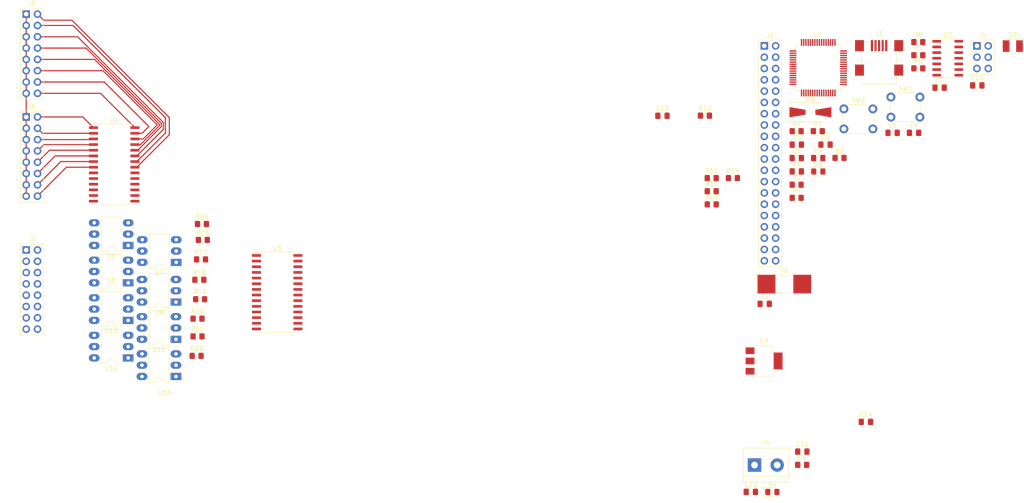
<source format=kicad_pcb>
(kicad_pcb (version 20211014) (generator pcbnew)
  (layers (0 "F.Cu" signal) (31 "B.Cu" signal) (34 "B.Paste" user) (35 "F.Paste" user) (36 "B.SilkS" user "B.Silkscreen") (37 "F.SilkS" user "F.Silkscreen") (38 "B.Mask" user) (39 "F.Mask" user) (44 "Edge.Cuts" user))
  (net 0 "")
  (net 1 "3.3 Volt")
  (net 2 "Ground")
  (net 3 "Net-(C2-Pad1)")
  (net 4 "Net-(C3-Pad1)")
  (net 5 "Net-(C6-Pad2)")
  (net 6 "/Main Board Processor/PH0")
  (net 7 "/Main Board Processor/PH1")
  (net 8 "5 Volt")
  (net 9 "Net-(D1-Pad1)")
  (net 10 "Net-(D2-Pad1)")
  (net 11 "Net-(D2-Pad2)")
  (net 12 "Net-(D3-Pad1)")
  (net 13 "Net-(D4-Pad1)")
  (net 14 "Net-(J1-Pad3)")
  (net 15 "Net-(J1-Pad4)")
  (net 19 "/Main Board Processor/ADDR0")
  (net 22 "/Main Board Processor/ADDR1")
  (net 24 "/Main Board Processor/ADDR2")
  (net 25 "/Main Board Processor/ADDR3")
  (net 41 "/Main Board Processor/R_MISO1")
  (net 44 "/Main Board Processor/R_MOSI")
  (net 45 "/Main Board Processor/R_SCLK")
  (net 46 "Net-(J3-Pad2)")
  (net 47 "Net-(J3-Pad3)")
  (net 48 "/Digital IO/PORT_A0")
  (net 49 "/Digital IO/PORT_A1")
  (net 50 "/Digital IO/PORT_A2")
  (net 51 "/Digital IO/PORT_A3")
  (net 52 "/Digital IO/PORT_A4")
  (net 53 "/Digital IO/PORT_A5")
  (net 54 "/Digital IO/PORT_A6")
  (net 55 "/Digital IO/PORT_A7")
  (net 56 "/Digital IO/PORT_B0")
  (net 57 "/Digital IO/PORT_B1")
  (net 58 "/Digital IO/PORT_B2")
  (net 59 "/Digital IO/PORT_B3")
  (net 60 "/Digital IO/PORT_B4")
  (net 61 "/Digital IO/PORT_B5")
  (net 62 "/Digital IO/PORT_B6")
  (net 63 "/Digital IO/PORT_B7")
  (net 64 "/Digital IO/PORT_C_0_A")
  (net 65 "/Digital IO/PORT_C_0_B")
  (net 66 "/Digital IO/PORT_C_1_A")
  (net 67 "/Digital IO/PORT_C_1_B")
  (net 68 "/Digital IO/PORT_C_2_A")
  (net 69 "/Digital IO/PORT_C_2_B")
  (net 70 "/Digital IO/PORT_C_3_A")
  (net 71 "/Digital IO/PORT_C_3_B")
  (net 72 "/Digital IO/PORT_C_5_A")
  (net 73 "/Digital IO/PORT_C_5_B")
  (net 74 "/Digital IO/PORT_C_6_A")
  (net 75 "/Digital IO/PORT_C_6_B")
  (net 76 "/Digital IO/PORT_C_7_A")
  (net 77 "/Digital IO/PORT_C_7_B")
  (net 78 "/Main Board Processor/PC0")
  (net 79 "/Main Board Processor/BOOT0")
  (net 80 "/Main Board Processor/BOOT1")
  (net 81 "Net-(R5-Pad2)")
  (net 82 "/Main Board Processor/USB_D+")
  (net 83 "/Main Board Processor/USB_D-")
  (net 84 "/Digital IO/SDA_R")
  (net 85 "/Digital IO/SCK_R")
  (net 86 "SCK")
  (net 87 "SDA")
  (net 88 "/Digital IO/IO_RESET")
  (net 89 "Net-(R15-Pad1)")
  (net 90 "/Digital IO/PORT_C0_R")
  (net 91 "Net-(R16-Pad1)")
  (net 92 "/Digital IO/PORT_C1_R")
  (net 93 "Net-(R17-Pad1)")
  (net 94 "/Digital IO/PORT_C2_R")
  (net 95 "Net-(R18-Pad1)")
  (net 96 "/Digital IO/PORT_C3_R")
  (net 97 "Net-(R19-Pad1)")
  (net 98 "/Digital IO/PORT_C4_R")
  (net 99 "Net-(R20-Pad1)")
  (net 100 "/Digital IO/PORT_C5_R")
  (net 101 "Net-(R21-Pad1)")
  (net 102 "/Digital IO/PORT_C6_R")
  (net 103 "Net-(R22-Pad1)")
  (net 104 "/Digital IO/PORT_C7_R")
  (net 105 "/Main Board Processor/PC13")
  (net 106 "/Main Board Processor/PC14")
  (net 107 "/Main Board Processor/PC15")
  (net 108 "/Main Board Processor/PC1")
  (net 109 "/Main Board Processor/PC2")
  (net 110 "/Main Board Processor/PC3")
  (net 111 "/Main Board Processor/PA0")
  (net 112 "/Main Board Processor/PA1")
  (net 113 "/Main Board Processor/PA2")
  (net 114 "/Main Board Processor/PA3")
  (net 115 "/Main Board Processor/PA4")
  (net 116 "/Main Board Processor/PA5")
  (net 117 "/Main Board Processor/PA6")
  (net 118 "/Main Board Processor/PA7")
  (net 119 "/Main Board Processor/PC4")
  (net 120 "/Main Board Processor/PC5")
  (net 121 "/Main Board Processor/PB0")
  (net 122 "/Main Board Processor/PB1")
  (net 123 "/Main Board Processor/PB10")
  (net 124 "/Main Board Processor/PB11")
  (net 125 "/Main Board Processor/PB12")
  (net 126 "/Main Board Processor/PB13")
  (net 127 "/Main Board Processor/PB14")
  (net 128 "/Main Board Processor/PB15")
  (net 129 "/Main Board Processor/PC6")
  (net 130 "/Main Board Processor/PC7")
  (net 131 "/Main Board Processor/PC8")
  (net 132 "/Main Board Processor/PC9")
  (net 133 "/Main Board Processor/PA8")
  (net 134 "/Main Board Processor/PA9")
  (net 135 "/Main Board Processor/PA10")
  (net 136 "/Main Board Processor/PA13")
  (net 137 "/Main Board Processor/PA14")
  (net 138 "/Main Board Processor/PA15")
  (net 139 "/Main Board Processor/PC10")
  (net 140 "/Main Board Processor/PC11")
  (net 141 "/Main Board Processor/PC12")
  (net 142 "/Main Board Processor/PD2")
  (net 143 "/Main Board Processor/PB2")
  (net 144 "/Main Board Processor/PB4")
  (net 145 "/Main Board Processor/PB5")
  (net 146 "/Main Board Processor/PB6")
  (net 147 "/Main Board Processor/PB7")
  (net 148 "/Main Board Processor/PB8")
  (net 149 "/Main Board Processor/PB9")
  (net 151 "/Main Board Processor/SPI_ENABLE")
  (net 166 "/Digital IO/PORT_C_4_B")
  (net 169 "/Digital IO/PORT_C_4_A")
  (footprint "Capacitor_SMD:C_0805_2012Metric_Pad1.18x1.45mm_HandSolder" (layer "F.Cu") (at 183.2814 63.53)
    (fp_text reference "C13")
    (fp_text value "100nF")
  )
  (footprint "Capacitor_SMD:C_0805_2012Metric_Pad1.18x1.45mm_HandSolder" (layer "F.Cu") (at 213.4168 73.0204)
    (fp_text reference "C5")
    (fp_text value "100nF")
  )
  (footprint "Capacitor_SMD:C_0805_2012Metric_Pad1.18x1.45mm_HandSolder" (layer "F.Cu") (at 219.8668 70.0104)
    (fp_text reference "C3")
    (fp_text value "2u2F")
  )
  (footprint "LED_SMD:LED_PLCC-2" (layer "F.Cu") (at 261.8868 47.8804)
    (fp_text reference "D2")
    (fp_text value "Green")
  )
  (footprint "Package_SO:SOIC-28W_7.5x17.9mm_P1.27mm" (layer "F.Cu") (at 96.8502 103.1494)
    (fp_text reference "U5")
    (fp_text value "MCP23017_SO")
  )
  (footprint "Resistor_SMD:R_0805_2012Metric_Pad1.20x1.40mm_HandSolder" (layer "F.Cu") (at 199.0852 77.5208)
    (fp_text reference "R14")
    (fp_text value "10K")
  )
  (footprint "Resistor_SMD:R_0805_2012Metric_Pad1.20x1.40mm_HandSolder" (layer "F.Cu") (at 194.3352 83.4208)
    (fp_text reference "R13")
    (fp_text value "31R6")
  )
  (footprint "Package_SO:SOIC-28W_7.5x17.9mm_P1.27mm" (layer "F.Cu") (at 60.2742 74.4474)
    (fp_text reference "U4")
    (fp_text value "MCP23017_SO")
  )
  (footprint "Capacitor_SMD:C_0805_2012Metric_Pad1.18x1.45mm_HandSolder" (layer "F.Cu") (at 245.4668 57.2204)
    (fp_text reference "C7")
    (fp_text value "100nF")
  )
  (footprint "Connector_PinHeader_2.54mm:PinHeader_2x20_P2.54mm_Vertical" (layer "F.Cu") (at 206.1368 47.8304)
    (fp_text reference "J2")
    (fp_text value "Raspberry_Pi_2_3")
  )
  (footprint "Capacitor_SMD:C_0805_2012Metric_Pad1.18x1.45mm_HandSolder" (layer "F.Cu") (at 214.6584 138.9472)
    (fp_text reference "C11")
    (fp_text value "1uF")
  )
  (footprint "Capacitor_SMD:C_0805_2012Metric_Pad1.18x1.45mm_HandSolder" (layer "F.Cu") (at 253.9168 56.7104)
    (fp_text reference "C10")
    (fp_text value "22pF")
  )
  (footprint "Package_DIP:DIP-6_W7.62mm_LongPads" (layer "F.Cu") (at 63.4134 117.9172 180)
    (fp_text reference "U12")
    (fp_text value "MOC3041M")
  )
  (footprint "Resistor_SMD:R_0805_2012Metric_Pad1.20x1.40mm_HandSolder" (layer "F.Cu") (at 214.6284 141.9272)
    (fp_text reference "R9")
    (fp_text value "1K5")
  )
  (footprint "Capacitor_SMD:C_0805_2012Metric_Pad1.18x1.45mm_HandSolder" (layer "F.Cu") (at 203.1084 147.9972)
    (fp_text reference "C12")
    (fp_text value "1uF")
  )
  (footprint "Package_TO_SOT_SMD:SOT-223-3_TabPin2" (layer "F.Cu") (at 206.0792 118.5922)
    (fp_text reference "U3")
    (fp_text value "LM1117-3.3")
  )
  (footprint "Capacitor_SMD:C_0805_2012Metric_Pad1.18x1.45mm_HandSolder" (layer "F.Cu") (at 239.7268 67.3604)
    (fp_text reference "C4")
    (fp_text value "100nF")
  )
  (footprint "Package_DIP:DIP-6_W7.62mm_LongPads" (layer "F.Cu") (at 74.1322 122.0828 180)
    (fp_text reference "U13")
    (fp_text value "MOC3041M")
  )
  (footprint "Resistor_SMD:R_0805_2012Metric_Pad1.20x1.40mm_HandSolder" (layer "F.Cu") (at 78.9686 113.0808)
    (fp_text reference "R21")
    (fp_text value "220")
  )
  (footprint "Package_QFP:LQFP-64_10x10mm_P0.5mm" (layer "F.Cu") (at 218.2368 52.7304)
    (fp_text reference "U1")
    (fp_text value "STM32F205RETx")
  )
  (footprint "Package_DIP:DIP-6_W7.62mm_LongPads" (layer "F.Cu") (at 63.4134 109.4844 180)
    (fp_text reference "U10")
    (fp_text value "MOC3041M")
  )
  (footprint "Package_DIP:DIP-6_W7.62mm_LongPads" (layer "F.Cu") (at 74.1934 96.4438 180)
    (fp_text reference "U7")
    (fp_text value "MOC3041M")
  )
  (footprint "Connector_PinHeader_2.54mm:PinHeader_2x08_P2.54mm_Vertical" (layer "F.Cu") (at 40.5334 40.7058)
    (fp_text reference "J5")
    (fp_text value "Port A")
  )
  (footprint "Package_DIP:DIP-6_W7.62mm_LongPads" (layer "F.Cu") (at 74.1322 105.3696 180)
    (fp_text reference "U9")
    (fp_text value "MOC3041M")
  )
  (footprint "Resistor_SMD:R_0805_2012Metric_Pad1.20x1.40mm_HandSolder" (layer "F.Cu") (at 79.5528 104.7242)
    (fp_text reference "R19")
    (fp_text value "220")
  )
  (footprint "Resistor_SMD:R_0805_2012Metric_Pad1.20x1.40mm_HandSolder" (layer "F.Cu") (at 78.9686 109.093)
    (fp_text reference "R20")
    (fp_text value "220")
  )
  (footprint "Resistor_SMD:R_0805_2012Metric_Pad1.20x1.40mm_HandSolder" (layer "F.Cu") (at 194.3352 80.4708)
    (fp_text reference "R10")
    (fp_text value "10K")
  )
  (footprint "Package_SO:SOIC-14_3.9x8.7mm_P1.27mm" (layer "F.Cu") (at 247.2868 50.6104)
    (fp_text reference "U2")
    (fp_text value "ATtiny841-SS")
  )
  (footprint "Resistor_SMD:R_0805_2012Metric_Pad1.20x1.40mm_HandSolder" (layer "F.Cu") (at 80.1624 91.4146)
    (fp_text reference "R16")
    (fp_text value "220")
  )
  (footprint "Capacitor_SMD:C_0805_2012Metric_Pad1.18x1.45mm_HandSolder" (layer "F.Cu") (at 234.9168 67.3604)
    (fp_text reference "C6")
    (fp_text value "100nF")
  )
  (footprint "Button_Switch_THT:SW_PUSH_6mm_H8mm" (layer "F.Cu") (at 234.5368 59.3304)
    (fp_text reference "SW1")
    (fp_text value "Reset")
  )
  (footprint "Package_DIP:DIP-6_W7.62mm_LongPads" (layer "F.Cu") (at 63.4134 92.6442 180)
    (fp_text reference "U6")
    (fp_text value "MOC3041M")
  )
  (footprint "Capacitor_SMD:C_0805_2012Metric_Pad1.18x1.45mm_HandSolder" (layer "F.Cu") (at 218.2268 73.0204)
    (fp_text reference "C9")
    (fp_text value "22pF")
  )
  (footprint "Package_DIP:DIP-6_W7.62mm_LongPads" (layer "F.Cu") (at 74.1322 113.7262 180)
    (fp_text reference "U11")
    (fp_text value "MOC3041M")
  )
  (footprint "TerminalBlock:TerminalBlock_bornier-2_P5.08mm" (layer "F.Cu") (at 203.9384 141.9672)
    (fp_text reference "J4")
    (fp_text value "Power")
  )
  (footprint "Capacitor_SMD:C_0805_2012Metric_Pad1.18x1.45mm_HandSolder" (layer "F.Cu") (at 213.4168 70.0104)
    (fp_text reference "C8")
    (fp_text value "100nF")
  )
  (footprint "Resistor_SMD:R_0805_2012Metric_Pad1.20x1.40mm_HandSolder" (layer "F.Cu") (at 240.6868 49.9304)
    (fp_text reference "R5")
    (fp_text value "10K")
  )
  (footprint "Resistor_SMD:R_0805_2012Metric_Pad1.20x1.40mm_HandSolder" (layer "F.Cu") (at 213.3868 66.9804)
    (fp_text reference "R7")
    (fp_text value "22")
  )
  (footprint "Resistor_SMD:R_0805_2012Metric_Pad1.20x1.40mm_HandSolder" (layer "F.Cu") (at 79.756 95.7834)
    (fp_text reference "R17")
    (fp_text value "220")
  )
  (footprint "Resistor_SMD:R_0805_2012Metric_Pad1.20x1.40mm_HandSolder" (layer "F.Cu") (at 79.375 100.3554)
    (fp_text reference "R18")
    (fp_text value "220")
  )
  (footprint "Crystal:Crystal_SMD_MicroCrystal_CC1V-T1A-2Pin_8.0x3.7mm_HandSoldering" (layer "F.Cu") (at 210.6368 101.3304)
    (fp_text reference "Y1")
    (fp_text value "8MHz")
  )
  (footprint "Package_DIP:DIP-6_W7.62mm_LongPads" (layer "F.Cu") (at 63.4134 101.0412 180)
    (fp_text reference "U8")
    (fp_text value "MOC3041M")
  )
  (footprint "Button_Switch_THT:SW_PUSH_6mm_H7.3mm" (layer "F.Cu") (at 223.9868 61.9804)
    (fp_text reference "SW2")
    (fp_text value "Set Adr")
  )
  (footprint "Resistor_SMD:R_0805_2012Metric_Pad1.20x1.40mm_HandSolder" (layer "F.Cu") (at 192.8114 63.5)
    (fp_text reference "R12")
    (fp_text value "31R6")
  )
  (footprint "Resistor_SMD:R_0805_2012Metric_Pad1.20x1.40mm_HandSolder" (layer "F.Cu") (at 218.1368 66.9804)
    (fp_text reference "R1")
    (fp_text value "1K5")
  )
  (footprint "Resistor_SMD:R_0805_2012Metric_Pad1.20x1.40mm_HandSolder" (layer "F.Cu") (at 213.3868 79.0104)
    (fp_text reference "R2")
    (fp_text value "100K")
  )
  (footprint "Connector_PinHeader_2.54mm:PinHeader_2x08_P2.54mm_Vertical" (layer "F.Cu") (at 40.5334 63.7944)
    (fp_text reference "J6")
    (fp_text value "Port B")
  )
  (footprint "Capacitor_SMD:C_0805_2012Metric_Pad1.18x1.45mm_HandSolder" (layer "F.Cu") (at 213.4168 76.0304)
    (fp_text reference "C1")
    (fp_text value "100nF")
  )
  (footprint "Resistor_SMD:R_0805_2012Metric_Pad1.20x1.40mm_HandSolder" (layer "F.Cu") (at 213.3868 81.9604)
    (fp_text reference "R4")
    (fp_text value "1K5")
  )
  (footprint "Connector_PinHeader_2.54mm:PinHeader_2x08_P2.54mm_Vertical" (layer "F.Cu") (at 40.5334 93.6648)
    (fp_text reference "J7")
    (fp_text value "Open Drain Output")
  )
  (footprint "LED_SMD:LED_0805_2012Metric_Pad1.15x1.40mm_HandSolder" (layer "F.Cu") (at 218.2418 76.0454)
    (fp_text reference "D1")
    (fp_text value "LED")
  )
  (footprint "Resistor_SMD:R_0805_2012Metric_Pad1.20x1.40mm_HandSolder" (layer "F.Cu") (at 78.7654 117.4496)
    (fp_text reference "R22")
    (fp_text value "220")
  )
  (footprint "Resistor_SMD:R_0805_2012Metric_Pad1.20x1.40mm_HandSolder" (layer "F.Cu") (at 194.3352 77.5208)
    (fp_text reference "R11")
    (fp_text value "10K")
  )
  (footprint "Resistor_SMD:R_0805_2012Metric_Pad1.20x1.40mm_HandSolder" (layer "F.Cu") (at 79.9592 87.8332)
    (fp_text reference "R15")
    (fp_text value "220")
  )
  (footprint "Connector_PinHeader_2.54mm:PinHeader_2x03_P2.54mm_Vertical" (layer "F.Cu") (at 253.8368 47.8304)
    (fp_text reference "J1")
    (fp_text value "Boot Configuration")
  )
  (footprint "Diode_SMD:D_SMA-SMB_Universal_Handsoldering" (layer "F.Cu") (at 216.4868 62.7304)
    (fp_text reference "D3")
    (fp_text value "SS110-A")
  )
  (footprint "Connector_USB:USB_Mini-B_Wuerth_65100516121_Horizontal" (layer "F.Cu") (at 231.8868 50.3804)
    (fp_text reference "J3")
    (fp_text value "USB_B_Mini")
  )
  (footprint "Resistor_SMD:R_0805_2012Metric_Pad1.20x1.40mm_HandSolder" (layer "F.Cu") (at 240.6868 46.9804)
    (fp_text reference "R8")
    (fp_text value "1K5")
  )
  (footprint "Resistor_SMD:R_0805_2012Metric_Pad1.20x1.40mm_HandSolder" (layer "F.Cu") (at 240.6868 52.8804)
    (fp_text reference "R6")
    (fp_text value "22")
  )
  (footprint "Capacitor_SMD:C_0805_2012Metric_Pad1.18x1.45mm_HandSolder" (layer "F.Cu") (at 228.9284 132.2772)
    (fp_text reference "C14")
    (fp_text value "100nF")
  )
  (footprint "LED_SMD:LED_0805_2012Metric_Pad1.15x1.40mm_HandSolder" (layer "F.Cu") (at 207.9334 148.0122)
    (fp_text reference "D4")
    (fp_text value "Green")
  )
  (footprint "Resistor_SMD:R_0805_2012Metric_Pad1.20x1.40mm_HandSolder" (layer "F.Cu") (at 223.0068 72.9904)
    (fp_text reference "R3")
    (fp_text value "100K")
  )
  (footprint "Capacitor_SMD:C_0805_2012Metric_Pad1.18x1.45mm_HandSolder" (layer "F.Cu") (at 206.2168 105.7604)
    (fp_text reference "C2")
    (fp_text value "2u2F")
  )
  (segment (start 40.5334 81.5744) (end 40.5334 40.7058) (width 0.25) (layer "F.Cu") (net 2))
  (segment (start 50.783489 42.071289) (end 44.438889 42.071289) (width 0.25) (layer "F.Cu") (net 48))
  (segment (start 72.644 63.9318) (end 50.783489 42.071289) (width 0.25) (layer "F.Cu") (net 48))
  (segment (start 64.9242 75.0824) (end 65.350272 75.0824) (width 0.25) (layer "F.Cu") (net 48))
  (segment (start 44.438889 42.071289) (end 43.0734 40.7058) (width 0.25) (layer "F.Cu") (net 48))
  (segment (start 65.350272 75.0824) (end 72.644 67.788672) (width 0.25) (layer "F.Cu") (net 48))
  (segment (start 72.644 67.788672) (end 72.644 63.9318) (width 0.25) (layer "F.Cu") (net 48))
  (segment (start 64.9242 73.8124) (end 65.350272 73.8124) (width 0.25) (layer "F.Cu") (net 49))
  (segment (start 71.74968 67.412992) (end 71.74968 63.95188) (width 0.25) (layer "F.Cu") (net 49))
  (segment (start 71.74968 63.95188) (end 51.0436 43.2458) (width 0.25) (layer "F.Cu") (net 49))
  (segment (start 51.0436 43.2458) (end 43.0734 43.2458) (width 0.25) (layer "F.Cu") (net 49))
  (segment (start 65.350272 73.8124) (end 71.74968 67.412992) (width 0.25) (layer "F.Cu") (net 49))
  (segment (start 71.30016 66.592512) (end 71.30016 65.024206) (width 0.25) (layer "F.Cu") (net 50))
  (segment (start 71.30016 65.024206) (end 52.061754 45.7858) (width 0.25) (layer "F.Cu") (net 50))
  (segment (start 52.061754 45.7858) (end 43.0734 45.7858) (width 0.25) (layer "F.Cu") (net 50))
  (segment (start 65.350272 72.5424) (end 71.30016 66.592512) (width 0.25) (layer "F.Cu") (net 50))
  (segment (start 64.9242 72.5424) (end 65.350272 72.5424) (width 0.25) (layer "F.Cu") (net 50))
  (segment (start 70.85064 65.955195) (end 70.85064 65.210404) (width 0.25) (layer "F.Cu") (net 51))
  (segment (start 53.966036 48.3258) (end 43.0734 48.3258) (width 0.25) (layer "F.Cu") (net 51))
  (segment (start 70.85064 65.210404) (end 53.966036 48.3258) (width 0.25) (layer "F.Cu") (net 51))
  (segment (start 64.9242 71.2724) (end 65.533435 71.2724) (width 0.25) (layer "F.Cu") (net 51))
  (segment (start 65.533435 71.2724) (end 70.85064 65.955195) (width 0.25) (layer "F.Cu") (net 51))
  (segment (start 70.40112 65.396602) (end 55.870318 50.8658) (width 0.25) (layer "F.Cu") (net 52))
  (segment (start 70.40112 65.768998) (end 70.40112 65.396602) (width 0.25) (layer "F.Cu") (net 52))
  (segment (start 66.167718 70.0024) (end 70.40112 65.768998) (width 0.25) (layer "F.Cu") (net 52))
  (segment (start 55.870318 50.8658) (end 43.0734 50.8658) (width 0.25) (layer "F.Cu") (net 52))
  (segment (start 64.9242 70.0024) (end 66.167718 70.0024) (width 0.25) (layer "F.Cu") (net 52))
  (segment (start 64.9242 68.7324) (end 66.802 68.7324) (width 0.25) (layer "F.Cu") (net 53))
  (segment (start 66.802 68.7324) (end 69.9516 65.5828) (width 0.25) (layer "F.Cu") (net 53))
  (segment (start 69.9516 65.5828) (end 57.7746 53.4058) (width 0.25) (layer "F.Cu") (net 53))
  (segment (start 57.7746 53.4058) (end 43.0734 53.4058) (width 0.25) (layer "F.Cu") (net 53))
  (segment (start 68.0466 65.9384) (end 58.054 55.9458) (width 0.25) (layer "F.Cu") (net 54))
  (segment (start 64.9242 67.4624) (end 66.5226 67.4624) (width 0.25) (layer "F.Cu") (net 54))
  (segment (start 66.5226 67.4624) (end 68.0466 65.9384) (width 0.25) (layer "F.Cu") (net 54))
  (segment (start 58.054 55.9458) (end 43.0734 55.9458) (width 0.25) (layer "F.Cu") (net 54))
  (segment (start 57.2176 58.4858) (end 43.0734 58.4858) (width 0.25) (layer "F.Cu") (net 55))
  (segment (start 64.9242 66.1924) (end 57.2176 58.4858) (width 0.25) (layer "F.Cu") (net 55))
  (segment (start 43.0734 63.7944) (end 53.2262 63.7944) (width 0.25) (layer "F.Cu") (net 56))
  (segment (start 53.2262 63.7944) (end 55.6242 66.1924) (width 0.25) (layer "F.Cu") (net 56))
  (segment (start 43.0734 66.3344) (end 44.2014 67.4624) (width 0.25) (layer "F.Cu") (net 57))
  (segment (start 44.2014 67.4624) (end 55.6242 67.4624) (width 0.25) (layer "F.Cu") (net 57))
  (segment (start 43.0734 68.8744) (end 55.4822 68.8744) (width 0.25) (layer "F.Cu") (net 58))
  (segment (start 55.4822 68.8744) (end 55.6242 68.7324) (width 0.25) (layer "F.Cu") (net 58))
  (segment (start 44.4854 70.0024) (end 43.0734 71.4144) (width 0.25) (layer "F.Cu") (net 59))
  (segment (start 55.6242 70.0024) (end 44.4854 70.0024) (width 0.25) (layer "F.Cu") (net 59))
  (segment (start 45.7554 71.2724) (end 43.0734 73.9544) (width 0.25) (layer "F.Cu") (net 60))
  (segment (start 55.6242 71.2724) (end 45.7554 71.2724) (width 0.25) (layer "F.Cu") (net 60))
  (segment (start 47.0254 72.5424) (end 43.0734 76.4944) (width 0.25) (layer "F.Cu") (net 61))
  (segment (start 55.6242 72.5424) (end 47.0254 72.5424) (width 0.25) (layer "F.Cu") (net 61))
  (segment (start 55.6242 73.8124) (end 48.2954 73.8124) (width 0.25) (layer "F.Cu") (net 62))
  (segment (start 48.2954 73.8124) (end 43.0734 79.0344) (width 0.25) (layer "F.Cu") (net 62))
  (segment (start 55.6242 75.0824) (end 49.5654 75.0824) (width 0.25) (layer "F.Cu") (net 63))
  (segment (start 49.5654 75.0824) (end 43.0734 81.5744) (width 0.25) (layer "F.Cu") (net 63))
)
</source>
